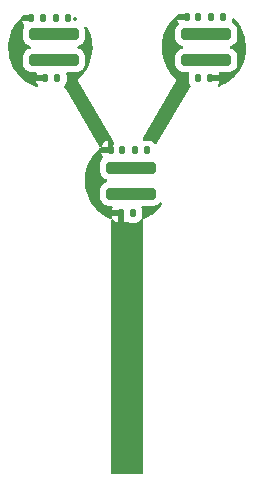
<source format=gbr>
%TF.GenerationSoftware,KiCad,Pcbnew,8.0.8-8.0.8-0~ubuntu22.04.1*%
%TF.CreationDate,2025-03-19T14:37:52-04:00*%
%TF.ProjectId,hpk_5mm,68706b5f-356d-46d2-9e6b-696361645f70,rev?*%
%TF.SameCoordinates,Original*%
%TF.FileFunction,Copper,L2,Bot*%
%TF.FilePolarity,Positive*%
%FSLAX46Y46*%
G04 Gerber Fmt 4.6, Leading zero omitted, Abs format (unit mm)*
G04 Created by KiCad (PCBNEW 8.0.8-8.0.8-0~ubuntu22.04.1) date 2025-03-19 14:37:52*
%MOMM*%
%LPD*%
G01*
G04 APERTURE LIST*
G04 Aperture macros list*
%AMRoundRect*
0 Rectangle with rounded corners*
0 $1 Rounding radius*
0 $2 $3 $4 $5 $6 $7 $8 $9 X,Y pos of 4 corners*
0 Add a 4 corners polygon primitive as box body*
4,1,4,$2,$3,$4,$5,$6,$7,$8,$9,$2,$3,0*
0 Add four circle primitives for the rounded corners*
1,1,$1+$1,$2,$3*
1,1,$1+$1,$4,$5*
1,1,$1+$1,$6,$7*
1,1,$1+$1,$8,$9*
0 Add four rect primitives between the rounded corners*
20,1,$1+$1,$2,$3,$4,$5,0*
20,1,$1+$1,$4,$5,$6,$7,0*
20,1,$1+$1,$6,$7,$8,$9,0*
20,1,$1+$1,$8,$9,$2,$3,0*%
G04 Aperture macros list end*
%TA.AperFunction,SMDPad,CuDef*%
%ADD10RoundRect,0.250000X1.875000X0.250000X-1.875000X0.250000X-1.875000X-0.250000X1.875000X-0.250000X0*%
%TD*%
%TA.AperFunction,SMDPad,CuDef*%
%ADD11RoundRect,0.140000X0.140000X0.170000X-0.140000X0.170000X-0.140000X-0.170000X0.140000X-0.170000X0*%
%TD*%
%TA.AperFunction,SMDPad,CuDef*%
%ADD12RoundRect,0.135000X-0.135000X-0.185000X0.135000X-0.185000X0.135000X0.185000X-0.135000X0.185000X0*%
%TD*%
%TA.AperFunction,SMDPad,CuDef*%
%ADD13RoundRect,0.135000X0.135000X0.185000X-0.135000X0.185000X-0.135000X-0.185000X0.135000X-0.185000X0*%
%TD*%
%TA.AperFunction,ViaPad*%
%ADD14C,0.355600*%
%TD*%
G04 APERTURE END LIST*
D10*
%TO.P,D2,1,K*%
%TO.N,Net-(D2-K)*%
X153212500Y-68875000D03*
%TO.P,D2,2,A*%
%TO.N,Net-(D2-A)*%
X153212500Y-71075000D03*
%TD*%
D11*
%TO.P,C1,1*%
%TO.N,Net-(D1-K)*%
X139360000Y-67500000D03*
%TO.P,C1,2*%
%TO.N,GND*%
X138400000Y-67500000D03*
%TD*%
D12*
%TO.P,R10,1*%
%TO.N,GND*%
X145980000Y-84000000D03*
%TO.P,R10,2*%
%TO.N,Net-(D3-A)*%
X147000000Y-84000000D03*
%TD*%
%TO.P,R5,1*%
%TO.N,/sipm_tia1/VBIAS*%
X153590000Y-67400000D03*
%TO.P,R5,2*%
%TO.N,Net-(D2-K)*%
X154610000Y-67400000D03*
%TD*%
%TO.P,R2,1*%
%TO.N,GND*%
X139580000Y-72600000D03*
%TO.P,R2,2*%
%TO.N,Net-(D1-A)*%
X140600000Y-72600000D03*
%TD*%
D10*
%TO.P,D3,1,K*%
%TO.N,Net-(D3-K)*%
X146812500Y-80175000D03*
%TO.P,D3,2,A*%
%TO.N,Net-(D3-A)*%
X146812500Y-82375000D03*
%TD*%
%TO.P,D1,1,K*%
%TO.N,Net-(D1-K)*%
X140312500Y-68875000D03*
%TO.P,D1,2,A*%
%TO.N,Net-(D1-A)*%
X140312500Y-71075000D03*
%TD*%
D12*
%TO.P,R9,1*%
%TO.N,/sipm_tia1/VBIAS*%
X147180000Y-78700000D03*
%TO.P,R9,2*%
%TO.N,Net-(D3-K)*%
X148200000Y-78700000D03*
%TD*%
D13*
%TO.P,R6,1*%
%TO.N,GND*%
X153520000Y-72600000D03*
%TO.P,R6,2*%
%TO.N,Net-(D2-A)*%
X152500000Y-72600000D03*
%TD*%
%TO.P,R1,1*%
%TO.N,/sipm_tia1/VBIAS*%
X141510000Y-67500000D03*
%TO.P,R1,2*%
%TO.N,Net-(D1-K)*%
X140490000Y-67500000D03*
%TD*%
D11*
%TO.P,C9,1*%
%TO.N,Net-(D3-K)*%
X146060000Y-78700000D03*
%TO.P,C9,2*%
%TO.N,GND*%
X145100000Y-78700000D03*
%TD*%
%TO.P,C5,1*%
%TO.N,Net-(D2-K)*%
X152500000Y-67400000D03*
%TO.P,C5,2*%
%TO.N,GND*%
X151540000Y-67400000D03*
%TD*%
D14*
%TO.N,/sipm_tia1/V+*%
X142113000Y-67564000D03*
%TD*%
%TA.AperFunction,Conductor*%
%TO.N,GND*%
G36*
X143053513Y-68200117D02*
G01*
X143107859Y-68244030D01*
X143111729Y-68249975D01*
X143137238Y-68291734D01*
X143143327Y-68302965D01*
X143296346Y-68623579D01*
X143301247Y-68635376D01*
X143355594Y-68787928D01*
X143420466Y-68970027D01*
X143420467Y-68970028D01*
X143424129Y-68982268D01*
X143508287Y-69327430D01*
X143510669Y-69339980D01*
X143558867Y-69691946D01*
X143559946Y-69704675D01*
X143571675Y-70059737D01*
X143571439Y-70072510D01*
X143546574Y-70426909D01*
X143545024Y-70439590D01*
X143483830Y-70789529D01*
X143480985Y-70801982D01*
X143384108Y-71143784D01*
X143379996Y-71155879D01*
X143248468Y-71485898D01*
X143243133Y-71497506D01*
X143078350Y-71812234D01*
X143071849Y-71823231D01*
X142875560Y-72119335D01*
X142867963Y-72129605D01*
X142642246Y-72403948D01*
X142633631Y-72413383D01*
X142395118Y-72648986D01*
X142384245Y-72657276D01*
X142375431Y-72665006D01*
X142374463Y-72666269D01*
X142358587Y-72683352D01*
X142354610Y-72686895D01*
X142351588Y-72691140D01*
X142349805Y-72694223D01*
X142349955Y-72694297D01*
X142344555Y-72705248D01*
X142342309Y-72713631D01*
X142337025Y-72729158D01*
X142332251Y-72740632D01*
X142331826Y-72743114D01*
X142331796Y-72748647D01*
X142331429Y-72754246D01*
X142333485Y-72769869D01*
X142334360Y-72779284D01*
X142335423Y-72798747D01*
X142336123Y-72801193D01*
X142349437Y-72824253D01*
X142350671Y-72826442D01*
X142367494Y-72856993D01*
X142371702Y-72862817D01*
X145206495Y-77772677D01*
X145209436Y-77779235D01*
X145227470Y-77809057D01*
X145228748Y-77811220D01*
X145242070Y-77834293D01*
X145243834Y-77836119D01*
X145243837Y-77836121D01*
X145243838Y-77836122D01*
X145260170Y-77846778D01*
X145267884Y-77852243D01*
X145280380Y-77861831D01*
X145280383Y-77861832D01*
X145280385Y-77861834D01*
X145280387Y-77861834D01*
X145280834Y-77862055D01*
X145281649Y-77862805D01*
X145290075Y-77869270D01*
X145289497Y-77870023D01*
X145332258Y-77909355D01*
X145350000Y-77973272D01*
X145350000Y-78201645D01*
X145332734Y-78264763D01*
X145327507Y-78273600D01*
X145327504Y-78273608D01*
X145282357Y-78429002D01*
X145282356Y-78429008D01*
X145279500Y-78465302D01*
X145279500Y-78576000D01*
X145259815Y-78643039D01*
X145207011Y-78688794D01*
X145155500Y-78700000D01*
X145100000Y-78700000D01*
X145100000Y-78826000D01*
X145080315Y-78893039D01*
X145027511Y-78938794D01*
X144976000Y-78950000D01*
X144321210Y-78950000D01*
X144322854Y-78970910D01*
X144367968Y-79126195D01*
X144367970Y-79126199D01*
X144433082Y-79236299D01*
X144450265Y-79304023D01*
X144428105Y-79370285D01*
X144414032Y-79387100D01*
X144344787Y-79456345D01*
X144252687Y-79605663D01*
X144252686Y-79605666D01*
X144197501Y-79772203D01*
X144197501Y-79772204D01*
X144197500Y-79772204D01*
X144187000Y-79874983D01*
X144187000Y-80475001D01*
X144187001Y-80475019D01*
X144197500Y-80577796D01*
X144197501Y-80577799D01*
X144252685Y-80744331D01*
X144252687Y-80744336D01*
X144263004Y-80761062D01*
X144344788Y-80893656D01*
X144468844Y-81017712D01*
X144618166Y-81109814D01*
X144761453Y-81157294D01*
X144818896Y-81197065D01*
X144845719Y-81261581D01*
X144833404Y-81330357D01*
X144785861Y-81381557D01*
X144761452Y-81392705D01*
X144618166Y-81440186D01*
X144618163Y-81440187D01*
X144468842Y-81532289D01*
X144344789Y-81656342D01*
X144252687Y-81805663D01*
X144252685Y-81805668D01*
X144237949Y-81850139D01*
X144197501Y-81972203D01*
X144197501Y-81972204D01*
X144197500Y-81972204D01*
X144187000Y-82074983D01*
X144187000Y-82675001D01*
X144187001Y-82675019D01*
X144197500Y-82777796D01*
X144197501Y-82777799D01*
X144215521Y-82832178D01*
X144252686Y-82944334D01*
X144344788Y-83093656D01*
X144468844Y-83217712D01*
X144618166Y-83309814D01*
X144784703Y-83364999D01*
X144887491Y-83375500D01*
X145149791Y-83375499D01*
X145216828Y-83395183D01*
X145262583Y-83447987D01*
X145272527Y-83517146D01*
X145259814Y-83553271D01*
X145260691Y-83553651D01*
X145257592Y-83560811D01*
X145212833Y-83714871D01*
X145212832Y-83714877D01*
X145210069Y-83750000D01*
X145856000Y-83750000D01*
X145923039Y-83769685D01*
X145968794Y-83822489D01*
X145980000Y-83874000D01*
X145980000Y-84000000D01*
X146105501Y-84000000D01*
X146172540Y-84019685D01*
X146218295Y-84072489D01*
X146229501Y-84124000D01*
X146229501Y-84249181D01*
X146229618Y-84250663D01*
X146230000Y-84260393D01*
X146230000Y-84812844D01*
X146369194Y-84772405D01*
X146369196Y-84772404D01*
X146426386Y-84738582D01*
X146494109Y-84721398D01*
X146552629Y-84738581D01*
X146610607Y-84772869D01*
X146651268Y-84784682D01*
X146764791Y-84817664D01*
X146764794Y-84817664D01*
X146764796Y-84817665D01*
X146800819Y-84820500D01*
X147199180Y-84820499D01*
X147235204Y-84817665D01*
X147389393Y-84772869D01*
X147527598Y-84691135D01*
X147641135Y-84577598D01*
X147641138Y-84577591D01*
X147645915Y-84571435D01*
X147648217Y-84573220D01*
X147689225Y-84534906D01*
X147757963Y-84522378D01*
X147791158Y-84536059D01*
X147745538Y-84490356D01*
X147730749Y-84422070D01*
X147735347Y-84396442D01*
X147767665Y-84285204D01*
X147770500Y-84249181D01*
X147770499Y-83750820D01*
X147767665Y-83714796D01*
X147722869Y-83560607D01*
X147722866Y-83560602D01*
X147719771Y-83553449D01*
X147721538Y-83552684D01*
X147706876Y-83494901D01*
X147729033Y-83428638D01*
X147783497Y-83384872D01*
X147830791Y-83375499D01*
X148737502Y-83375499D01*
X148737508Y-83375499D01*
X148840297Y-83364999D01*
X149006834Y-83309814D01*
X149156156Y-83217712D01*
X149245850Y-83128017D01*
X149307169Y-83094535D01*
X149376861Y-83099519D01*
X149432795Y-83141390D01*
X149457212Y-83206854D01*
X149442361Y-83275127D01*
X149435564Y-83286162D01*
X149338280Y-83427041D01*
X149330750Y-83436858D01*
X149107998Y-83699091D01*
X149099527Y-83708110D01*
X148851742Y-83946844D01*
X148842415Y-83954973D01*
X148572080Y-84167821D01*
X148561989Y-84174981D01*
X148271777Y-84359835D01*
X148261023Y-84365953D01*
X147952906Y-84521433D01*
X147944500Y-84525288D01*
X147922615Y-84534354D01*
X147915190Y-84538441D01*
X147908947Y-84541211D01*
X147907606Y-84538189D01*
X147863158Y-84554721D01*
X147806289Y-84542295D01*
X147822561Y-84549002D01*
X147862511Y-84606324D01*
X147864939Y-84622815D01*
X147866605Y-84622490D01*
X147869285Y-84636201D01*
X147869285Y-84636202D01*
X147869285Y-84636203D01*
X147870197Y-84640866D01*
X147872500Y-84664654D01*
X147872500Y-106006500D01*
X147852815Y-106073539D01*
X147800011Y-106119294D01*
X147748500Y-106130500D01*
X145251500Y-106130500D01*
X145184461Y-106110815D01*
X145138706Y-106058011D01*
X145127500Y-106006500D01*
X145127500Y-84664888D01*
X145147185Y-84597849D01*
X145199989Y-84552094D01*
X145269147Y-84542150D01*
X145332703Y-84571175D01*
X145339181Y-84577207D01*
X145452705Y-84690731D01*
X145452714Y-84690738D01*
X145590805Y-84772404D01*
X145730000Y-84812844D01*
X145730000Y-84250000D01*
X145210069Y-84250000D01*
X145212832Y-84285122D01*
X145241633Y-84384255D01*
X145241433Y-84454124D01*
X145203490Y-84512794D01*
X145139852Y-84541637D01*
X145075101Y-84533409D01*
X145055506Y-84525292D01*
X145047098Y-84521436D01*
X144738976Y-84365953D01*
X144728222Y-84359835D01*
X144438011Y-84174982D01*
X144427920Y-84167822D01*
X144157584Y-83954974D01*
X144148257Y-83946845D01*
X144019187Y-83822489D01*
X143900463Y-83708101D01*
X143892010Y-83699100D01*
X143669242Y-83436851D01*
X143661715Y-83427037D01*
X143658514Y-83422402D01*
X143580768Y-83309814D01*
X143466202Y-83143906D01*
X143459688Y-83133388D01*
X143456724Y-83128020D01*
X143293351Y-82832162D01*
X143287930Y-82821070D01*
X143152439Y-82504764D01*
X143148151Y-82493190D01*
X143044861Y-82164970D01*
X143041740Y-82152998D01*
X142971675Y-81816127D01*
X142969763Y-81803903D01*
X142941072Y-81532288D01*
X142933617Y-81461718D01*
X142932934Y-81449372D01*
X142931069Y-81105292D01*
X142931618Y-81092956D01*
X142964054Y-80750385D01*
X142965828Y-80738170D01*
X143032245Y-80400520D01*
X143035227Y-80388553D01*
X143134963Y-80059202D01*
X143139123Y-80047590D01*
X143271175Y-79729840D01*
X143276484Y-79718674D01*
X143439542Y-79415667D01*
X143445928Y-79405101D01*
X143638374Y-79119851D01*
X143645786Y-79109966D01*
X143865714Y-78845297D01*
X143874049Y-78836228D01*
X144104872Y-78608959D01*
X144116134Y-78600388D01*
X144124564Y-78592996D01*
X144124567Y-78592995D01*
X144125527Y-78591743D01*
X144141419Y-78574641D01*
X144145391Y-78571103D01*
X144145393Y-78571098D01*
X144148439Y-78566820D01*
X144150197Y-78563781D01*
X144150043Y-78563705D01*
X144155441Y-78552756D01*
X144155444Y-78552753D01*
X144157688Y-78544378D01*
X144162985Y-78528816D01*
X144164011Y-78526351D01*
X144207945Y-78472023D01*
X144274277Y-78450072D01*
X144278490Y-78450000D01*
X144850000Y-78450000D01*
X144850000Y-77895494D01*
X144849998Y-77895493D01*
X144703809Y-77937965D01*
X144703806Y-77937967D01*
X144564625Y-78020278D01*
X144564616Y-78020285D01*
X144450285Y-78134616D01*
X144450278Y-78134625D01*
X144367968Y-78273804D01*
X144367966Y-78273808D01*
X144345383Y-78351540D01*
X144307776Y-78410425D01*
X144244303Y-78439631D01*
X144175117Y-78429885D01*
X144122183Y-78384280D01*
X144118921Y-78378945D01*
X144103098Y-78351540D01*
X141293510Y-73485333D01*
X141290575Y-73478784D01*
X141272537Y-73448954D01*
X141271259Y-73446792D01*
X141257933Y-73423712D01*
X141256164Y-73421882D01*
X141256163Y-73421880D01*
X141246029Y-73415267D01*
X141239837Y-73411227D01*
X141232120Y-73405761D01*
X141220302Y-73396694D01*
X141179096Y-73340269D01*
X141174936Y-73270523D01*
X141208102Y-73210631D01*
X141241130Y-73177603D01*
X141241135Y-73177598D01*
X141322869Y-73039393D01*
X141367665Y-72885204D01*
X141370500Y-72849181D01*
X141370499Y-72350820D01*
X141367665Y-72314796D01*
X141344219Y-72234093D01*
X141344418Y-72164225D01*
X141382360Y-72105555D01*
X141445999Y-72076711D01*
X141463295Y-72075499D01*
X142237502Y-72075499D01*
X142237508Y-72075499D01*
X142340297Y-72064999D01*
X142506834Y-72009814D01*
X142656156Y-71917712D01*
X142780212Y-71793656D01*
X142872314Y-71644334D01*
X142927499Y-71477797D01*
X142938000Y-71375009D01*
X142937999Y-70774992D01*
X142930717Y-70703710D01*
X142927499Y-70672203D01*
X142927498Y-70672200D01*
X142872314Y-70505666D01*
X142780212Y-70356344D01*
X142656156Y-70232288D01*
X142506834Y-70140186D01*
X142363546Y-70092705D01*
X142306103Y-70052933D01*
X142279280Y-69988417D01*
X142291595Y-69919642D01*
X142339138Y-69868442D01*
X142363545Y-69857295D01*
X142506834Y-69809814D01*
X142656156Y-69717712D01*
X142780212Y-69593656D01*
X142872314Y-69444334D01*
X142927499Y-69277797D01*
X142938000Y-69175009D01*
X142937999Y-68574992D01*
X142927499Y-68472203D01*
X142888203Y-68353618D01*
X142885802Y-68283792D01*
X142921533Y-68223750D01*
X142984054Y-68192557D01*
X143053513Y-68200117D01*
G37*
%TD.AperFunction*%
%TA.AperFunction,Conductor*%
G36*
X151483039Y-67169685D02*
G01*
X151528794Y-67222489D01*
X151540000Y-67274000D01*
X151540000Y-67526000D01*
X151520315Y-67593039D01*
X151467511Y-67638794D01*
X151416000Y-67650000D01*
X150761210Y-67650000D01*
X150762854Y-67670910D01*
X150807968Y-67826195D01*
X150858218Y-67911162D01*
X150875401Y-67978885D01*
X150853241Y-68045148D01*
X150839168Y-68061964D01*
X150744787Y-68156345D01*
X150652687Y-68305663D01*
X150652685Y-68305668D01*
X150624849Y-68389670D01*
X150597501Y-68472203D01*
X150597501Y-68472204D01*
X150597500Y-68472204D01*
X150587000Y-68574983D01*
X150587000Y-69175001D01*
X150587001Y-69175019D01*
X150597500Y-69277796D01*
X150597501Y-69277799D01*
X150652685Y-69444331D01*
X150652686Y-69444334D01*
X150744788Y-69593656D01*
X150868844Y-69717712D01*
X151018166Y-69809814D01*
X151161453Y-69857294D01*
X151218896Y-69897065D01*
X151245719Y-69961581D01*
X151233404Y-70030357D01*
X151185861Y-70081557D01*
X151161452Y-70092705D01*
X151018166Y-70140186D01*
X151018163Y-70140187D01*
X150868842Y-70232289D01*
X150744789Y-70356342D01*
X150652687Y-70505663D01*
X150652686Y-70505666D01*
X150597501Y-70672203D01*
X150597501Y-70672204D01*
X150597500Y-70672204D01*
X150587000Y-70774983D01*
X150587000Y-71375001D01*
X150587001Y-71375019D01*
X150597500Y-71477796D01*
X150597501Y-71477799D01*
X150627438Y-71568141D01*
X150652686Y-71644334D01*
X150744788Y-71793656D01*
X150868844Y-71917712D01*
X151018166Y-72009814D01*
X151184703Y-72064999D01*
X151287491Y-72075500D01*
X151636705Y-72075499D01*
X151703743Y-72095183D01*
X151749498Y-72147987D01*
X151759442Y-72217146D01*
X151755781Y-72234093D01*
X151732334Y-72314797D01*
X151729500Y-72350811D01*
X151729500Y-72849169D01*
X151729501Y-72849191D01*
X151732335Y-72885205D01*
X151777129Y-73039388D01*
X151777131Y-73039393D01*
X151858863Y-73177595D01*
X151858869Y-73177603D01*
X151861107Y-73179841D01*
X151862300Y-73182026D01*
X151863648Y-73183764D01*
X151863367Y-73183981D01*
X151894592Y-73241164D01*
X151889608Y-73310856D01*
X151847736Y-73366789D01*
X151805251Y-73384053D01*
X151805688Y-73385236D01*
X151790219Y-73390947D01*
X151785442Y-73393671D01*
X151780389Y-73396163D01*
X151767889Y-73405754D01*
X151760172Y-73411220D01*
X151743839Y-73421877D01*
X151742070Y-73423708D01*
X151728760Y-73446759D01*
X151727487Y-73448913D01*
X151709432Y-73478771D01*
X151706494Y-73485324D01*
X149041161Y-78101680D01*
X148990594Y-78149895D01*
X148921986Y-78163117D01*
X148857122Y-78137149D01*
X148846094Y-78127360D01*
X148727603Y-78008869D01*
X148727595Y-78008863D01*
X148589393Y-77927131D01*
X148589388Y-77927129D01*
X148435208Y-77882335D01*
X148435202Y-77882334D01*
X148399181Y-77879500D01*
X148000830Y-77879500D01*
X148000808Y-77879501D01*
X147958480Y-77882832D01*
X147958355Y-77881245D01*
X147896732Y-77874746D01*
X147842240Y-77831015D01*
X147820042Y-77764765D01*
X147836567Y-77698090D01*
X150628291Y-72862822D01*
X150632501Y-72856998D01*
X150636500Y-72849734D01*
X150636502Y-72849733D01*
X150649339Y-72826416D01*
X150650544Y-72824282D01*
X150661948Y-72804531D01*
X150661949Y-72804530D01*
X150661949Y-72804528D01*
X150663874Y-72801195D01*
X150664574Y-72798750D01*
X150664575Y-72798749D01*
X150665637Y-72779276D01*
X150666512Y-72769869D01*
X150668571Y-72754241D01*
X150668569Y-72754236D01*
X150668203Y-72748635D01*
X150668173Y-72743116D01*
X150667747Y-72740636D01*
X150667748Y-72740633D01*
X150662974Y-72729160D01*
X150657686Y-72713620D01*
X150655443Y-72705247D01*
X150655441Y-72705245D01*
X150650043Y-72694296D01*
X150650195Y-72694220D01*
X150648422Y-72691155D01*
X150645393Y-72686901D01*
X150645390Y-72686898D01*
X150645390Y-72686897D01*
X150641414Y-72683355D01*
X150625529Y-72666261D01*
X150624566Y-72665005D01*
X150624564Y-72665004D01*
X150624562Y-72665001D01*
X150615757Y-72657279D01*
X150604873Y-72648980D01*
X150366372Y-72413386D01*
X150357759Y-72403953D01*
X150132036Y-72129605D01*
X150124438Y-72119334D01*
X149928149Y-71823230D01*
X149921648Y-71812233D01*
X149914569Y-71798713D01*
X149756866Y-71497504D01*
X149751533Y-71485900D01*
X149751532Y-71485898D01*
X149619997Y-71155865D01*
X149615892Y-71143791D01*
X149519013Y-70801976D01*
X149516169Y-70789528D01*
X149501162Y-70703709D01*
X149454973Y-70439578D01*
X149453426Y-70426920D01*
X149428559Y-70072503D01*
X149428324Y-70059736D01*
X149428549Y-70052933D01*
X149440054Y-69704657D01*
X149441130Y-69691962D01*
X149489330Y-69339976D01*
X149491712Y-69327429D01*
X149528874Y-69175016D01*
X149575874Y-68982251D01*
X149579525Y-68970047D01*
X149698759Y-68635353D01*
X149703639Y-68623606D01*
X149856684Y-68302941D01*
X149862762Y-68291734D01*
X150047969Y-67988542D01*
X150055161Y-67978028D01*
X150270590Y-67695489D01*
X150278812Y-67685785D01*
X150522183Y-67426894D01*
X150531359Y-67418090D01*
X150800066Y-67185620D01*
X150810122Y-67177789D01*
X150817880Y-67172365D01*
X150884105Y-67150093D01*
X150888919Y-67150000D01*
X151416000Y-67150000D01*
X151483039Y-67169685D01*
G37*
%TD.AperFunction*%
%TA.AperFunction,Conductor*%
G36*
X138343039Y-67269685D02*
G01*
X138388794Y-67322489D01*
X138400000Y-67374000D01*
X138400000Y-67626000D01*
X138380315Y-67693039D01*
X138327511Y-67738794D01*
X138276000Y-67750000D01*
X137621210Y-67750000D01*
X137622854Y-67770910D01*
X137667968Y-67926195D01*
X137750278Y-68065374D01*
X137750285Y-68065383D01*
X137774107Y-68089205D01*
X137807592Y-68150528D01*
X137802608Y-68220220D01*
X137791966Y-68241981D01*
X137752688Y-68305661D01*
X137752685Y-68305668D01*
X137724849Y-68389670D01*
X137697501Y-68472203D01*
X137697501Y-68472204D01*
X137697500Y-68472204D01*
X137687000Y-68574983D01*
X137687000Y-69175001D01*
X137687001Y-69175019D01*
X137697500Y-69277796D01*
X137697501Y-69277799D01*
X137752685Y-69444331D01*
X137752686Y-69444334D01*
X137844788Y-69593656D01*
X137968844Y-69717712D01*
X138118166Y-69809814D01*
X138261453Y-69857294D01*
X138318896Y-69897065D01*
X138345719Y-69961581D01*
X138333404Y-70030357D01*
X138285861Y-70081557D01*
X138261452Y-70092705D01*
X138118166Y-70140186D01*
X138118163Y-70140187D01*
X137968842Y-70232289D01*
X137844789Y-70356342D01*
X137752687Y-70505663D01*
X137752686Y-70505666D01*
X137697501Y-70672203D01*
X137697501Y-70672204D01*
X137697500Y-70672204D01*
X137687000Y-70774983D01*
X137687000Y-71375001D01*
X137687001Y-71375019D01*
X137697500Y-71477796D01*
X137697501Y-71477799D01*
X137727438Y-71568141D01*
X137752686Y-71644334D01*
X137844788Y-71793656D01*
X137968844Y-71917712D01*
X138118166Y-72009814D01*
X138284703Y-72064999D01*
X138387491Y-72075500D01*
X138717227Y-72075499D01*
X138784264Y-72095183D01*
X138830019Y-72147987D01*
X138839963Y-72217146D01*
X138836302Y-72234093D01*
X138812832Y-72314877D01*
X138810069Y-72350000D01*
X139456000Y-72350000D01*
X139523039Y-72369685D01*
X139568794Y-72422489D01*
X139580000Y-72474000D01*
X139580000Y-72726000D01*
X139560315Y-72793039D01*
X139507511Y-72838794D01*
X139456000Y-72850000D01*
X138810069Y-72850000D01*
X138812832Y-72885122D01*
X138812833Y-72885128D01*
X138857592Y-73039188D01*
X138857593Y-73039191D01*
X138938852Y-73176592D01*
X138956035Y-73244316D01*
X138933875Y-73310578D01*
X138879409Y-73354342D01*
X138809929Y-73361711D01*
X138789548Y-73356176D01*
X138608262Y-73289908D01*
X138596505Y-73284910D01*
X138277154Y-73129255D01*
X138265979Y-73123076D01*
X137964323Y-72935382D01*
X137953863Y-72928099D01*
X137827783Y-72830315D01*
X137673136Y-72710375D01*
X137663458Y-72702037D01*
X137406616Y-72456582D01*
X137397848Y-72447292D01*
X137167631Y-72176723D01*
X137159864Y-72166579D01*
X137052172Y-72009814D01*
X136958698Y-71873746D01*
X136952028Y-71862876D01*
X136782055Y-71550893D01*
X136776541Y-71539400D01*
X136639566Y-71211579D01*
X136635266Y-71199586D01*
X136532744Y-70859405D01*
X136529697Y-70847014D01*
X136485173Y-70615065D01*
X136462725Y-70498121D01*
X136460967Y-70485470D01*
X136430245Y-70131519D01*
X136429799Y-70118775D01*
X136435658Y-69763551D01*
X136436526Y-69750816D01*
X136440503Y-69717712D01*
X136478902Y-69398072D01*
X136481071Y-69385518D01*
X136559520Y-69038985D01*
X136562968Y-69026728D01*
X136676650Y-68690117D01*
X136681354Y-68678248D01*
X136775544Y-68472203D01*
X136829055Y-68355145D01*
X136834946Y-68343835D01*
X137015127Y-68037608D01*
X137022138Y-68026985D01*
X137232868Y-67740924D01*
X137240952Y-67731059D01*
X137479977Y-67468216D01*
X137489029Y-67459237D01*
X137687653Y-67281576D01*
X137750742Y-67251555D01*
X137770320Y-67250000D01*
X138276000Y-67250000D01*
X138343039Y-67269685D01*
G37*
%TD.AperFunction*%
%TA.AperFunction,Conductor*%
G36*
X155585696Y-67541735D02*
G01*
X155596238Y-67552027D01*
X155759041Y-67731052D01*
X155767137Y-67740933D01*
X155977847Y-68026966D01*
X155984881Y-68037622D01*
X156137607Y-68297189D01*
X156165048Y-68343826D01*
X156170950Y-68355156D01*
X156318645Y-68678248D01*
X156323351Y-68690124D01*
X156417882Y-68970028D01*
X156437024Y-69026705D01*
X156440483Y-69039003D01*
X156518924Y-69385502D01*
X156521099Y-69398091D01*
X156563473Y-69750816D01*
X156564341Y-69763561D01*
X156570200Y-70118764D01*
X156569753Y-70131532D01*
X156539032Y-70485470D01*
X156537273Y-70498122D01*
X156470302Y-70847014D01*
X156467251Y-70859419D01*
X156364742Y-71199561D01*
X156360430Y-71211587D01*
X156223464Y-71539387D01*
X156217938Y-71550905D01*
X156047976Y-71862867D01*
X156041297Y-71873751D01*
X155978660Y-71964930D01*
X155840134Y-72166580D01*
X155832367Y-72176722D01*
X155602151Y-72447291D01*
X155593383Y-72456582D01*
X155336541Y-72702037D01*
X155326863Y-72710375D01*
X155046142Y-72928095D01*
X155035667Y-72935387D01*
X154823202Y-73067587D01*
X154734025Y-73123074D01*
X154722845Y-73129255D01*
X154403491Y-73284912D01*
X154391733Y-73289910D01*
X154338031Y-73309540D01*
X154268309Y-73314068D01*
X154207206Y-73280182D01*
X154174124Y-73218641D01*
X154179565Y-73148983D01*
X154188728Y-73129955D01*
X154242408Y-73039188D01*
X154287166Y-72885128D01*
X154287167Y-72885122D01*
X154289931Y-72850000D01*
X153644000Y-72850000D01*
X153576961Y-72830315D01*
X153531206Y-72777511D01*
X153520000Y-72726000D01*
X153520000Y-72474000D01*
X153539685Y-72406961D01*
X153592489Y-72361206D01*
X153644000Y-72350000D01*
X154289931Y-72350000D01*
X154287167Y-72314877D01*
X154287166Y-72314871D01*
X154263698Y-72234094D01*
X154263897Y-72164225D01*
X154301839Y-72105555D01*
X154365477Y-72076711D01*
X154382774Y-72075499D01*
X155137502Y-72075499D01*
X155137508Y-72075499D01*
X155240297Y-72064999D01*
X155406834Y-72009814D01*
X155556156Y-71917712D01*
X155680212Y-71793656D01*
X155772314Y-71644334D01*
X155827499Y-71477797D01*
X155838000Y-71375009D01*
X155837999Y-70774992D01*
X155830717Y-70703710D01*
X155827499Y-70672203D01*
X155827498Y-70672200D01*
X155772314Y-70505666D01*
X155680212Y-70356344D01*
X155556156Y-70232288D01*
X155406834Y-70140186D01*
X155263546Y-70092705D01*
X155206103Y-70052933D01*
X155179280Y-69988417D01*
X155191595Y-69919642D01*
X155239138Y-69868442D01*
X155263545Y-69857295D01*
X155406834Y-69809814D01*
X155556156Y-69717712D01*
X155680212Y-69593656D01*
X155772314Y-69444334D01*
X155827499Y-69277797D01*
X155838000Y-69175009D01*
X155837999Y-68574992D01*
X155827499Y-68472203D01*
X155772314Y-68305666D01*
X155680212Y-68156344D01*
X155556156Y-68032288D01*
X155406834Y-67940186D01*
X155406832Y-67940185D01*
X155400687Y-67936395D01*
X155402229Y-67933894D01*
X155359797Y-67896543D01*
X155340636Y-67829352D01*
X155345556Y-67795724D01*
X155377664Y-67685208D01*
X155377665Y-67685202D01*
X155378790Y-67670910D01*
X155380500Y-67649181D01*
X155380499Y-67635457D01*
X155400179Y-67568420D01*
X155452981Y-67522662D01*
X155522138Y-67512714D01*
X155585696Y-67541735D01*
G37*
%TD.AperFunction*%
%TD*%
M02*

</source>
